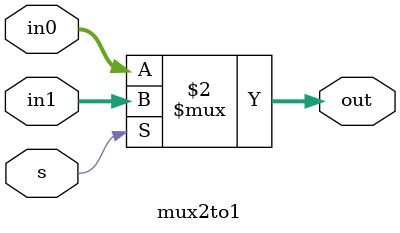
<source format=v>
module mux2to1 (s, in0, in1, out);
	input [31:0] in0, in1; 
	input s;
	output reg [31:0] out;
	
always @(*)
	out = s ? in1 : in0; // selects output 
	
endmodule
</source>
